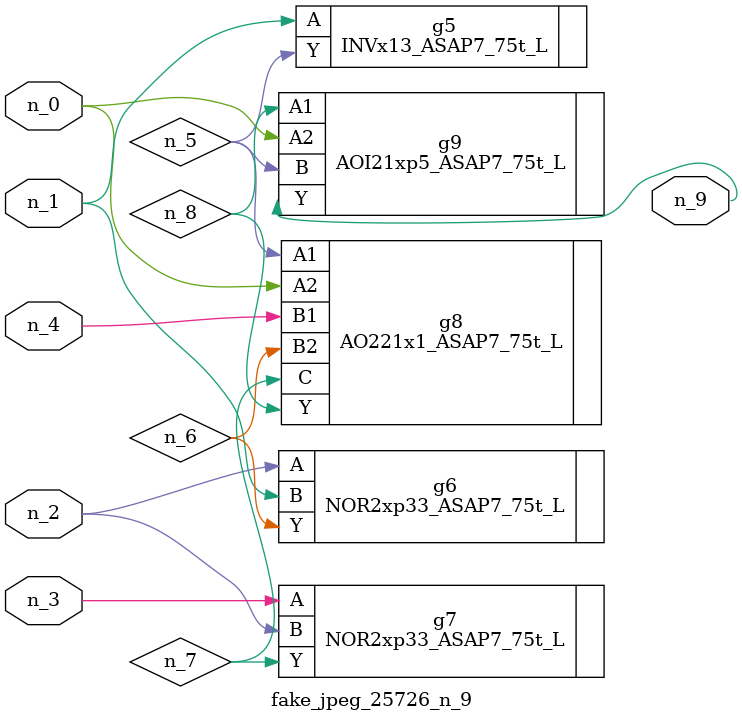
<source format=v>
module fake_jpeg_25726_n_9 (n_3, n_2, n_1, n_0, n_4, n_9);

input n_3;
input n_2;
input n_1;
input n_0;
input n_4;

output n_9;

wire n_8;
wire n_6;
wire n_5;
wire n_7;

INVx13_ASAP7_75t_L g5 ( 
.A(n_1),
.Y(n_5)
);

NOR2xp33_ASAP7_75t_L g6 ( 
.A(n_2),
.B(n_1),
.Y(n_6)
);

NOR2xp33_ASAP7_75t_L g7 ( 
.A(n_3),
.B(n_2),
.Y(n_7)
);

AO221x1_ASAP7_75t_L g8 ( 
.A1(n_5),
.A2(n_0),
.B1(n_4),
.B2(n_6),
.C(n_7),
.Y(n_8)
);

AOI21xp5_ASAP7_75t_L g9 ( 
.A1(n_8),
.A2(n_0),
.B(n_5),
.Y(n_9)
);


endmodule
</source>
